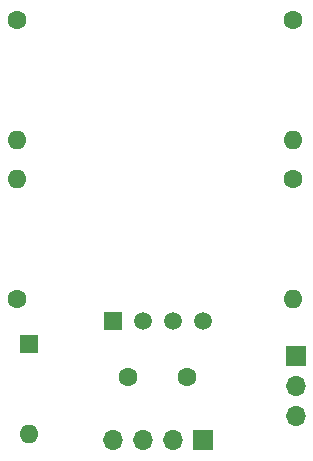
<source format=gbr>
%TF.GenerationSoftware,KiCad,Pcbnew,(5.1.7)-1*%
%TF.CreationDate,2020-10-29T12:11:27+01:00*%
%TF.ProjectId,wifi_temp_sensor,77696669-5f74-4656-9d70-5f73656e736f,rev?*%
%TF.SameCoordinates,Original*%
%TF.FileFunction,Soldermask,Top*%
%TF.FilePolarity,Negative*%
%FSLAX46Y46*%
G04 Gerber Fmt 4.6, Leading zero omitted, Abs format (unit mm)*
G04 Created by KiCad (PCBNEW (5.1.7)-1) date 2020-10-29 12:11:27*
%MOMM*%
%LPD*%
G01*
G04 APERTURE LIST*
%ADD10C,1.500000*%
%ADD11R,1.500000X1.500000*%
%ADD12C,1.600000*%
%ADD13O,1.700000X1.700000*%
%ADD14R,1.700000X1.700000*%
%ADD15O,1.600000X1.600000*%
%ADD16R,1.600000X1.600000*%
G04 APERTURE END LIST*
D10*
%TO.C,SENS1*%
X154696000Y-87222000D03*
X152156000Y-87222000D03*
X149616000Y-87222000D03*
D11*
X147076000Y-87222000D03*
%TD*%
D12*
%TO.C,C1*%
X153336000Y-91948000D03*
X148336000Y-91948000D03*
%TD*%
D13*
%TO.C,J1*%
X147066000Y-97282000D03*
X149606000Y-97282000D03*
X152146000Y-97282000D03*
D14*
X154686000Y-97282000D03*
%TD*%
D13*
%TO.C,U2*%
X162560000Y-95250000D03*
X162560000Y-92710000D03*
D14*
X162560000Y-90170000D03*
%TD*%
D15*
%TO.C,R4*%
X138938000Y-75184000D03*
D12*
X138938000Y-85344000D03*
%TD*%
D15*
%TO.C,R3*%
X138938000Y-71882000D03*
D12*
X138938000Y-61722000D03*
%TD*%
D15*
%TO.C,R2*%
X162306000Y-71882000D03*
D12*
X162306000Y-61722000D03*
%TD*%
D15*
%TO.C,R1*%
X162306000Y-85344000D03*
D12*
X162306000Y-75184000D03*
%TD*%
D15*
%TO.C,BOOT*%
X139954000Y-96774000D03*
D16*
X139954000Y-89154000D03*
%TD*%
M02*

</source>
